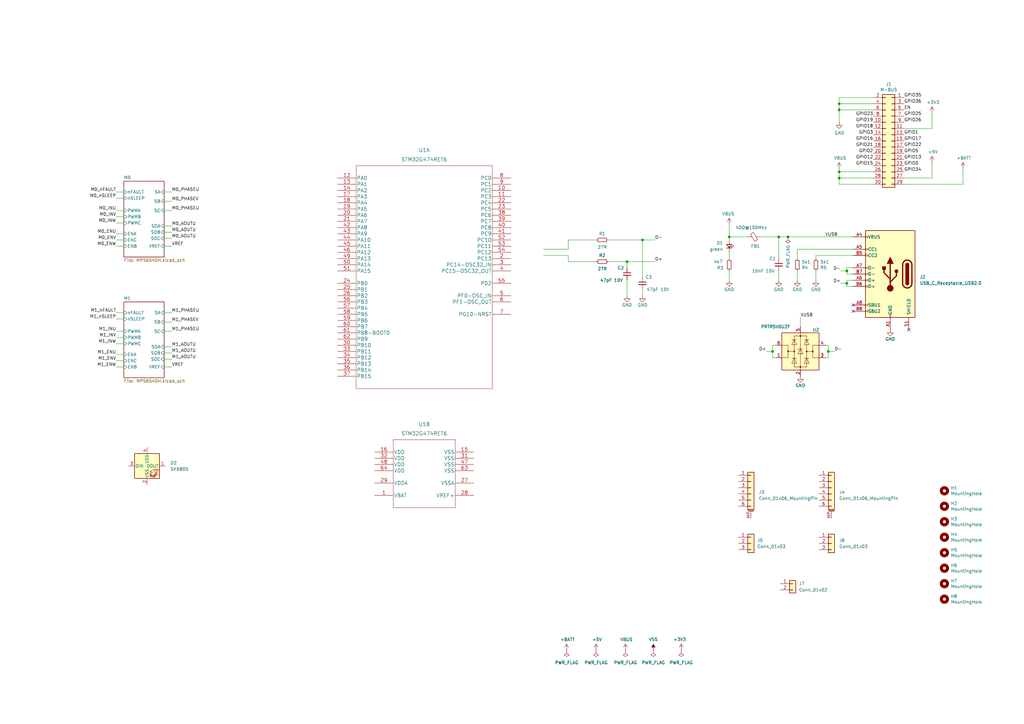
<source format=kicad_sch>
(kicad_sch (version 20210621) (generator eeschema)
  (paper "A3")
  (lib_symbols
    (symbol "Connector:USB_C_Receptacle_USB2.0" (pin_names (offset 1.016))
      (property "Reference" "J" (at -10.16 19.05 0))
      (property "Value" "USB_C_Receptacle_USB2.0" (at 19.05 19.05 0))
      (symbol "USB_C_Receptacle_USB2.0_0_0"
        (rectangle (start -0.254 -17.78) (end 0.254 -16.764))
        (rectangle (start 10.16 -14.986) (end 9.144 -15.494))
        (rectangle (start 10.16 -12.446) (end 9.144 -12.954))
        (rectangle (start 10.16 -4.826) (end 9.144 -5.334))
        (rectangle (start 10.16 -2.286) (end 9.144 -2.794))
        (rectangle (start 10.16 0.254) (end 9.144 -0.254))
        (rectangle (start 10.16 2.794) (end 9.144 2.286))
        (rectangle (start 10.16 7.874) (end 9.144 7.366))
        (rectangle (start 10.16 10.414) (end 9.144 9.906))
        (rectangle (start 10.16 15.494) (end 9.144 14.986))
      )
      (symbol "USB_C_Receptacle_USB2.0_0_1"
        (arc (start -8.89 -3.81) (end -5.08 -3.81) (radius (at -6.985 -3.81) (length 1.905) (angles -179.9 -0.1)) (stroke (width 0.508)))
        (arc (start -7.62 -3.81) (end -6.35 -3.81) (radius (at -6.985 -3.81) (length 0.635) (angles -179.9 -0.1)) (stroke (width 0.254)))
        (arc (start -6.35 3.81) (end -7.62 3.81) (radius (at -6.985 3.81) (length 0.635) (angles 0.1 179.9)) (stroke (width 0.254)))
        (arc (start -5.08 3.81) (end -8.89 3.81) (radius (at -6.985 3.81) (length 1.905) (angles 0.1 179.9)) (stroke (width 0.508)))
        (arc (start -7.62 -3.81) (end -6.35 -3.81) (radius (at -6.985 -3.81) (length 0.635) (angles -179.9 -0.1)) (stroke (width 0.254)) (fill (type outline)))
        (arc (start -6.35 3.81) (end -7.62 3.81) (radius (at -6.985 3.81) (length 0.635) (angles 0.1 179.9)) (stroke (width 0.254)) (fill (type outline)))
        (circle (center -2.54 1.143) (radius 0.635) (stroke (width 0.254)) (fill (type outline)))
        (circle (center 0 -5.842) (radius 1.27) (fill (type outline)))
        (rectangle (start -7.62 -3.81) (end -6.35 3.81) (stroke (width 0.254)) (fill (type outline)))
        (rectangle (start 1.905 1.778) (end 3.175 3.048) (stroke (width 0.254)) (fill (type outline)))
        (rectangle (start -10.16 17.78) (end 10.16 -17.78) (stroke (width 0.254)) (fill (type background)))
        (polyline (pts (xy -8.89 -3.81) (xy -8.89 3.81)) (stroke (width 0.508)))
        (polyline (pts (xy -5.08 3.81) (xy -5.08 -3.81)) (stroke (width 0.508)))
        (polyline (pts (xy 0 -5.842) (xy 0 4.318)) (stroke (width 0.508)))
        (polyline (pts (xy 0 -3.302) (xy -2.54 -0.762) (xy -2.54 0.508)) (stroke (width 0.508)))
        (polyline (pts (xy 0 -2.032) (xy 2.54 0.508) (xy 2.54 1.778)) (stroke (width 0.508)))
        (polyline (pts (xy -1.27 4.318) (xy 0 6.858) (xy 1.27 4.318) (xy -1.27 4.318)) (stroke (width 0.254)) (fill (type outline)))
      )
      (symbol "USB_C_Receptacle_USB2.0_1_1"
        (pin passive line (at 0 -22.86 90) (length 5.08) (name "GND") (number "A1"))
        (pin passive line (at 0 -22.86 90) (length 5.08) hide (name "GND") (number "A12"))
        (pin passive line (at 15.24 15.24 180) (length 5.08) (name "VBUS") (number "A4"))
        (pin bidirectional line (at 15.24 10.16 180) (length 5.08) (name "CC1") (number "A5"))
        (pin bidirectional line (at 15.24 -2.54 180) (length 5.08) (name "D+") (number "A6"))
        (pin bidirectional line (at 15.24 2.54 180) (length 5.08) (name "D-") (number "A7"))
        (pin bidirectional line (at 15.24 -12.7 180) (length 5.08) (name "SBU1") (number "A8"))
        (pin passive line (at 15.24 15.24 180) (length 5.08) hide (name "VBUS") (number "A9"))
        (pin passive line (at 0 -22.86 90) (length 5.08) hide (name "GND") (number "B1"))
        (pin passive line (at 0 -22.86 90) (length 5.08) hide (name "GND") (number "B12"))
        (pin passive line (at 15.24 15.24 180) (length 5.08) hide (name "VBUS") (number "B4"))
        (pin bidirectional line (at 15.24 7.62 180) (length 5.08) (name "CC2") (number "B5"))
        (pin bidirectional line (at 15.24 -5.08 180) (length 5.08) (name "D+") (number "B6"))
        (pin bidirectional line (at 15.24 0 180) (length 5.08) (name "D-") (number "B7"))
        (pin bidirectional line (at 15.24 -15.24 180) (length 5.08) (name "SBU2") (number "B8"))
        (pin passive line (at 15.24 15.24 180) (length 5.08) hide (name "VBUS") (number "B9"))
        (pin passive line (at -7.62 -22.86 90) (length 5.08) (name "SHIELD") (number "S1"))
      )
    )
    (symbol "Connector_Generic:Conn_01x02" (pin_names (offset 1.016) hide)
      (property "Reference" "J" (at 0 2.54 0))
      (property "Value" "Conn_01x02" (at 0 -5.08 0))
      (symbol "Conn_01x02_1_1"
        (rectangle (start -1.27 -2.413) (end 0 -2.667) (stroke (width 0.1524)))
        (rectangle (start -1.27 0.127) (end 0 -0.127) (stroke (width 0.1524)))
        (rectangle (start -1.27 1.27) (end 1.27 -3.81) (stroke (width 0.254)) (fill (type background)))
        (pin passive line (at -5.08 0 0) (length 3.81) (name "Pin_1") (number "1"))
        (pin passive line (at -5.08 -2.54 0) (length 3.81) (name "Pin_2") (number "2"))
      )
    )
    (symbol "Connector_Generic:Conn_01x03" (pin_names (offset 1.016) hide)
      (property "Reference" "J" (at 0 5.08 0))
      (property "Value" "Conn_01x03" (at 0 -5.08 0))
      (symbol "Conn_01x03_1_1"
        (rectangle (start -1.27 -2.413) (end 0 -2.667) (stroke (width 0.1524)))
        (rectangle (start -1.27 0.127) (end 0 -0.127) (stroke (width 0.1524)))
        (rectangle (start -1.27 2.667) (end 0 2.413) (stroke (width 0.1524)))
        (rectangle (start -1.27 3.81) (end 1.27 -3.81) (stroke (width 0.254)) (fill (type background)))
        (pin passive line (at -5.08 2.54 0) (length 3.81) (name "Pin_1") (number "1"))
        (pin passive line (at -5.08 0 0) (length 3.81) (name "Pin_2") (number "2"))
        (pin passive line (at -5.08 -2.54 0) (length 3.81) (name "Pin_3") (number "3"))
      )
    )
    (symbol "Connector_Generic:Conn_02x15_Odd_Even" (pin_names (offset 1.016) hide)
      (property "Reference" "J" (at 1.27 20.32 0))
      (property "Value" "Conn_02x15_Odd_Even" (at 1.27 -20.32 0))
      (symbol "Conn_02x15_Odd_Even_1_1"
        (rectangle (start -1.27 -17.653) (end 0 -17.907) (stroke (width 0.1524)))
        (rectangle (start -1.27 -15.113) (end 0 -15.367) (stroke (width 0.1524)))
        (rectangle (start -1.27 -12.573) (end 0 -12.827) (stroke (width 0.1524)))
        (rectangle (start -1.27 -10.033) (end 0 -10.287) (stroke (width 0.1524)))
        (rectangle (start -1.27 -7.493) (end 0 -7.747) (stroke (width 0.1524)))
        (rectangle (start -1.27 -4.953) (end 0 -5.207) (stroke (width 0.1524)))
        (rectangle (start -1.27 -2.413) (end 0 -2.667) (stroke (width 0.1524)))
        (rectangle (start -1.27 0.127) (end 0 -0.127) (stroke (width 0.1524)))
        (rectangle (start -1.27 2.667) (end 0 2.413) (stroke (width 0.1524)))
        (rectangle (start -1.27 5.207) (end 0 4.953) (stroke (width 0.1524)))
        (rectangle (start -1.27 7.747) (end 0 7.493) (stroke (width 0.1524)))
        (rectangle (start -1.27 10.287) (end 0 10.033) (stroke (width 0.1524)))
        (rectangle (start -1.27 12.827) (end 0 12.573) (stroke (width 0.1524)))
        (rectangle (start -1.27 15.367) (end 0 15.113) (stroke (width 0.1524)))
        (rectangle (start -1.27 17.907) (end 0 17.653) (stroke (width 0.1524)))
        (rectangle (start 3.81 -17.653) (end 2.54 -17.907) (stroke (width 0.1524)))
        (rectangle (start 3.81 -15.113) (end 2.54 -15.367) (stroke (width 0.1524)))
        (rectangle (start 3.81 -12.573) (end 2.54 -12.827) (stroke (width 0.1524)))
        (rectangle (start 3.81 -10.033) (end 2.54 -10.287) (stroke (width 0.1524)))
        (rectangle (start 3.81 -7.493) (end 2.54 -7.747) (stroke (width 0.1524)))
        (rectangle (start 3.81 -4.953) (end 2.54 -5.207) (stroke (width 0.1524)))
        (rectangle (start 3.81 -2.413) (end 2.54 -2.667) (stroke (width 0.1524)))
        (rectangle (start 3.81 0.127) (end 2.54 -0.127) (stroke (width 0.1524)))
        (rectangle (start 3.81 2.667) (end 2.54 2.413) (stroke (width 0.1524)))
        (rectangle (start 3.81 5.207) (end 2.54 4.953) (stroke (width 0.1524)))
        (rectangle (start 3.81 7.747) (end 2.54 7.493) (stroke (width 0.1524)))
        (rectangle (start 3.81 10.287) (end 2.54 10.033) (stroke (width 0.1524)))
        (rectangle (start 3.81 12.827) (end 2.54 12.573) (stroke (width 0.1524)))
        (rectangle (start 3.81 15.367) (end 2.54 15.113) (stroke (width 0.1524)))
        (rectangle (start 3.81 17.907) (end 2.54 17.653) (stroke (width 0.1524)))
        (rectangle (start -1.27 19.05) (end 3.81 -19.05) (stroke (width 0.254)) (fill (type background)))
        (pin passive line (at -5.08 17.78 0) (length 3.81) (name "Pin_1") (number "1"))
        (pin passive line (at 7.62 7.62 180) (length 3.81) (name "Pin_10") (number "10"))
        (pin passive line (at -5.08 5.08 0) (length 3.81) (name "Pin_11") (number "11"))
        (pin passive line (at 7.62 5.08 180) (length 3.81) (name "Pin_12") (number "12"))
        (pin passive line (at -5.08 2.54 0) (length 3.81) (name "Pin_13") (number "13"))
        (pin passive line (at 7.62 2.54 180) (length 3.81) (name "Pin_14") (number "14"))
        (pin passive line (at -5.08 0 0) (length 3.81) (name "Pin_15") (number "15"))
        (pin passive line (at 7.62 0 180) (length 3.81) (name "Pin_16") (number "16"))
        (pin passive line (at -5.08 -2.54 0) (length 3.81) (name "Pin_17") (number "17"))
        (pin passive line (at 7.62 -2.54 180) (length 3.81) (name "Pin_18") (number "18"))
        (pin passive line (at -5.08 -5.08 0) (length 3.81) (name "Pin_19") (number "19"))
        (pin passive line (at 7.62 17.78 180) (length 3.81) (name "Pin_2") (number "2"))
        (pin passive line (at 7.62 -5.08 180) (length 3.81) (name "Pin_20") (number "20"))
        (pin passive line (at -5.08 -7.62 0) (length 3.81) (name "Pin_21") (number "21"))
        (pin passive line (at 7.62 -7.62 180) (length 3.81) (name "Pin_22") (number "22"))
        (pin passive line (at -5.08 -10.16 0) (length 3.81) (name "Pin_23") (number "23"))
        (pin passive line (at 7.62 -10.16 180) (length 3.81) (name "Pin_24") (number "24"))
        (pin passive line (at -5.08 -12.7 0) (length 3.81) (name "Pin_25") (number "25"))
        (pin passive line (at 7.62 -12.7 180) (length 3.81) (name "Pin_26") (number "26"))
        (pin passive line (at -5.08 -15.24 0) (length 3.81) (name "Pin_27") (number "27"))
        (pin passive line (at 7.62 -15.24 180) (length 3.81) (name "Pin_28") (number "28"))
        (pin passive line (at -5.08 -17.78 0) (length 3.81) (name "Pin_29") (number "29"))
        (pin passive line (at -5.08 15.24 0) (length 3.81) (name "Pin_3") (number "3"))
        (pin passive line (at 7.62 -17.78 180) (length 3.81) (name "Pin_30") (number "30"))
        (pin passive line (at 7.62 15.24 180) (length 3.81) (name "Pin_4") (number "4"))
        (pin passive line (at -5.08 12.7 0) (length 3.81) (name "Pin_5") (number "5"))
        (pin passive line (at 7.62 12.7 180) (length 3.81) (name "Pin_6") (number "6"))
        (pin passive line (at -5.08 10.16 0) (length 3.81) (name "Pin_7") (number "7"))
        (pin passive line (at 7.62 10.16 180) (length 3.81) (name "Pin_8") (number "8"))
        (pin passive line (at -5.08 7.62 0) (length 3.81) (name "Pin_9") (number "9"))
      )
    )
    (symbol "Connector_Generic_MountingPin:Conn_01x06_MountingPin" (pin_names (offset 1.016) hide)
      (property "Reference" "J" (at 0 7.62 0))
      (property "Value" "Conn_01x06_MountingPin" (at 1.27 -10.16 0))
      (symbol "Conn_01x06_MountingPin_1_1"
        (text "Mounting" (at 0 -9.271 0) (effects (font (size 0.381 0.381))))
        (rectangle (start -1.27 -7.493) (end 0 -7.747) (stroke (width 0.1524)))
        (rectangle (start -1.27 -4.953) (end 0 -5.207) (stroke (width 0.1524)))
        (rectangle (start -1.27 -2.413) (end 0 -2.667) (stroke (width 0.1524)))
        (rectangle (start -1.27 0.127) (end 0 -0.127) (stroke (width 0.1524)))
        (rectangle (start -1.27 2.667) (end 0 2.413) (stroke (width 0.1524)))
        (rectangle (start -1.27 5.207) (end 0 4.953) (stroke (width 0.1524)))
        (rectangle (start -1.27 6.35) (end 1.27 -8.89) (stroke (width 0.254)) (fill (type background)))
        (polyline (pts (xy -1.016 -9.652) (xy 1.016 -9.652)) (stroke (width 0.1524)))
        (pin passive line (at -5.08 5.08 0) (length 3.81) (name "Pin_1") (number "1"))
        (pin passive line (at -5.08 2.54 0) (length 3.81) (name "Pin_2") (number "2"))
        (pin passive line (at -5.08 0 0) (length 3.81) (name "Pin_3") (number "3"))
        (pin passive line (at -5.08 -2.54 0) (length 3.81) (name "Pin_4") (number "4"))
        (pin passive line (at -5.08 -5.08 0) (length 3.81) (name "Pin_5") (number "5"))
        (pin passive line (at -5.08 -7.62 0) (length 3.81) (name "Pin_6") (number "6"))
        (pin passive line (at 0 -12.7 90) (length 3.048) (name "MountPin") (number "MP"))
      )
    )
    (symbol "Device:C_Small" (pin_numbers hide) (pin_names (offset 0.254) hide)
      (property "Reference" "C" (at 0.254 1.778 0))
      (property "Value" "C_Small" (at 0.254 -2.032 0))
      (symbol "C_Small_0_1"
        (polyline (pts (xy -1.524 -0.508) (xy 1.524 -0.508)) (stroke (width 0.3302)))
        (polyline (pts (xy -1.524 0.508) (xy 1.524 0.508)) (stroke (width 0.3048)))
      )
      (symbol "C_Small_1_1"
        (pin passive line (at 0 2.54 270) (length 2.032) (name "~") (number "1"))
        (pin passive line (at 0 -2.54 90) (length 2.032) (name "~") (number "2"))
      )
    )
    (symbol "Device:Ferrite_Bead_Small" (pin_numbers hide) (pin_names (offset 0))
      (property "Reference" "FB" (at 1.905 1.27 0))
      (property "Value" "Device_Ferrite_Bead_Small" (at 1.905 -1.27 0))
      (symbol "Ferrite_Bead_Small_0_1"
        (polyline (pts (xy 0 -1.27) (xy 0 -0.7874)))
        (polyline (pts (xy 0 0.889) (xy 0 1.2954)))
        (polyline (pts (xy -1.8288 0.2794) (xy -1.1176 1.4986) (xy 1.8288 -0.2032) (xy 1.1176 -1.4224) (xy -1.8288 0.2794)))
      )
      (symbol "Ferrite_Bead_Small_1_1"
        (pin passive line (at 0 2.54 270) (length 1.27) (name "~") (number "1"))
        (pin passive line (at 0 -2.54 90) (length 1.27) (name "~") (number "2"))
      )
    )
    (symbol "Device:LED_Small" (pin_numbers hide) (pin_names (offset 0.254) hide)
      (property "Reference" "D" (at -1.27 3.175 0))
      (property "Value" "LED_Small" (at -4.445 -2.54 0))
      (symbol "LED_Small_0_1"
        (polyline (pts (xy -0.762 -1.016) (xy -0.762 1.016)) (stroke (width 0.254)))
        (polyline (pts (xy 1.016 0) (xy -0.762 0)))
        (polyline (pts (xy 0.762 -1.016) (xy -0.762 0) (xy 0.762 1.016) (xy 0.762 -1.016)) (stroke (width 0.254)))
        (polyline (pts (xy 0 0.762) (xy -0.508 1.27) (xy -0.254 1.27) (xy -0.508 1.27) (xy -0.508 1.016)))
        (polyline (pts (xy 0.508 1.27) (xy 0 1.778) (xy 0.254 1.778) (xy 0 1.778) (xy 0 1.524)))
      )
      (symbol "LED_Small_1_1"
        (pin passive line (at -2.54 0 0) (length 1.778) (name "K") (number "1"))
        (pin passive line (at 2.54 0 180) (length 1.778) (name "A") (number "2"))
      )
    )
    (symbol "Device:R_Small" (pin_numbers hide) (pin_names (offset 0.254) hide)
      (property "Reference" "R" (at 0.762 0.508 0))
      (property "Value" "R_Small" (at 0.762 -1.016 0))
      (symbol "R_Small_0_1"
        (rectangle (start -0.762 1.778) (end 0.762 -1.778) (stroke (width 0.2032)))
      )
      (symbol "R_Small_1_1"
        (pin passive line (at 0 2.54 270) (length 0.762) (name "~") (number "1"))
        (pin passive line (at 0 -2.54 90) (length 0.762) (name "~") (number "2"))
      )
    )
    (symbol "LED:SK6805" (pin_names (offset 0.254))
      (property "Reference" "D" (at 5.08 5.715 0))
      (property "Value" "SK6805" (at 1.27 -5.715 0))
      (symbol "SK6805_0_0"
        (text "RGB" (at 2.286 -4.191 0) (effects (font (size 0.762 0.762))))
      )
      (symbol "SK6805_0_1"
        (rectangle (start 5.08 5.08) (end -5.08 -5.08) (stroke (width 0.254)) (fill (type background)))
        (polyline (pts (xy 1.27 -3.556) (xy 1.778 -3.556)))
        (polyline (pts (xy 1.27 -2.54) (xy 1.778 -2.54)))
        (polyline (pts (xy 4.699 -3.556) (xy 2.667 -3.556)))
        (polyline (pts (xy 2.286 -2.54) (xy 1.27 -3.556) (xy 1.27 -3.048)))
        (polyline (pts (xy 2.286 -1.524) (xy 1.27 -2.54) (xy 1.27 -2.032)))
        (polyline (pts (xy 3.683 -1.016) (xy 3.683 -3.556) (xy 3.683 -4.064)))
        (polyline (pts (xy 4.699 -1.524) (xy 2.667 -1.524) (xy 3.683 -3.556) (xy 4.699 -1.524)))
      )
      (symbol "SK6805_1_1"
        (pin output line (at 7.62 0 180) (length 2.54) (name "DOUT") (number "1"))
        (pin power_in line (at 0 -7.62 90) (length 2.54) (name "VSS") (number "2"))
        (pin input line (at -7.62 0 0) (length 2.54) (name "DIN") (number "3"))
        (pin power_in line (at 0 7.62 270) (length 2.54) (name "VDD") (number "4"))
      )
    )
    (symbol "Mechanical:MountingHole" (pin_names (offset 1.016))
      (property "Reference" "H" (at 0 5.08 0))
      (property "Value" "MountingHole" (at 0 3.175 0))
      (symbol "MountingHole_0_1"
        (circle (center 0 0) (radius 1.27) (stroke (width 1.27)))
      )
    )
    (symbol "Power_Protection:USBLC6-2P6" (pin_names hide)
      (property "Reference" "U" (at 2.54 8.89 0))
      (property "Value" "USBLC6-2P6" (at 2.54 -8.89 0))
      (symbol "USBLC6-2P6_0_1"
        (circle (center -5.08 0) (radius 0.254) (fill (type outline)))
        (circle (center -2.54 0) (radius 0.254) (fill (type outline)))
        (circle (center 0 -6.35) (radius 0.254) (fill (type outline)))
        (circle (center 0 6.35) (radius 0.254) (fill (type outline)))
        (circle (center 2.54 0) (radius 0.254) (fill (type outline)))
        (circle (center 5.08 0) (radius 0.254) (fill (type outline)))
        (rectangle (start -2.54 6.35) (end 2.54 -6.35))
        (rectangle (start -7.62 -7.62) (end 7.62 7.62) (stroke (width 0.254)) (fill (type background)))
        (polyline (pts (xy -5.08 -2.54) (xy -7.62 -2.54)))
        (polyline (pts (xy -5.08 0) (xy -5.08 -2.54)))
        (polyline (pts (xy -5.08 2.54) (xy -7.62 2.54)))
        (polyline (pts (xy -1.524 -2.794) (xy -3.556 -2.794)))
        (polyline (pts (xy -1.524 4.826) (xy -3.556 4.826)))
        (polyline (pts (xy 0 -7.62) (xy 0 -6.35)))
        (polyline (pts (xy 0 -6.35) (xy 0 1.27)))
        (polyline (pts (xy 0 1.27) (xy 0 6.35)))
        (polyline (pts (xy 0 6.35) (xy 0 7.62)))
        (polyline (pts (xy 1.524 -2.794) (xy 3.556 -2.794)))
        (polyline (pts (xy 1.524 4.826) (xy 3.556 4.826)))
        (polyline (pts (xy 5.08 -2.54) (xy 7.62 -2.54)))
        (polyline (pts (xy 5.08 0) (xy 5.08 -2.54)))
        (polyline (pts (xy 5.08 2.54) (xy 7.62 2.54)))
        (polyline (pts (xy -2.54 0) (xy -5.08 0) (xy -5.08 2.54)))
        (polyline (pts (xy 2.54 0) (xy 5.08 0) (xy 5.08 2.54)))
        (polyline (pts (xy -3.556 -4.826) (xy -1.524 -4.826) (xy -2.54 -2.794) (xy -3.556 -4.826)))
        (polyline (pts (xy -3.556 2.794) (xy -1.524 2.794) (xy -2.54 4.826) (xy -3.556 2.794)))
        (polyline (pts (xy -1.016 -1.016) (xy 1.016 -1.016) (xy 0 1.016) (xy -1.016 -1.016)))
        (polyline (pts (xy 1.016 1.016) (xy 0.762 1.016) (xy -1.016 1.016) (xy -1.016 0.508)))
        (polyline (pts (xy 3.556 -4.826) (xy 1.524 -4.826) (xy 2.54 -2.794) (xy 3.556 -4.826)))
        (polyline (pts (xy 3.556 2.794) (xy 1.524 2.794) (xy 2.54 4.826) (xy 3.556 2.794)))
      )
      (symbol "USBLC6-2P6_1_1"
        (pin passive line (at -10.16 -2.54 0) (length 2.54) (name "I/O1") (number "1"))
        (pin passive line (at 0 -10.16 90) (length 2.54) (name "GND") (number "2"))
        (pin passive line (at 10.16 -2.54 180) (length 2.54) (name "I/O2") (number "3"))
        (pin passive line (at 10.16 2.54 180) (length 2.54) (name "I/O2") (number "4"))
        (pin passive line (at 0 10.16 270) (length 2.54) (name "VBUS") (number "5"))
        (pin passive line (at -10.16 2.54 0) (length 2.54) (name "I/O1") (number "6"))
      )
    )
    (symbol "power:+3V3" (power) (pin_names (offset 0))
      (property "Value" "+3V3" (at 0 3.556 0))
      (symbol "+3V3_0_1"
        (polyline (pts (xy -0.762 1.27) (xy 0 2.54)))
        (polyline (pts (xy 0 0) (xy 0 2.54)))
        (polyline (pts (xy 0 2.54) (xy 0.762 1.27)))
      )
      (symbol "+3V3_1_1"
        (pin power_in line (at 0 0 90) (length 0) hide (name "+3V3") (number "1"))
      )
    )
    (symbol "power:+5V" (power) (pin_names (offset 0))
      (property "Value" "+5V" (at 0 3.556 0))
      (symbol "+5V_0_1"
        (polyline (pts (xy -0.762 1.27) (xy 0 2.54)))
        (polyline (pts (xy 0 0) (xy 0 2.54)))
        (polyline (pts (xy 0 2.54) (xy 0.762 1.27)))
      )
      (symbol "+5V_1_1"
        (pin power_in line (at 0 0 90) (length 0) hide (name "+5V") (number "1"))
      )
    )
    (symbol "power:+BATT" (power) (pin_names (offset 0))
      (property "Value" "+BATT" (at 0 3.556 0))
      (symbol "+BATT_0_1"
        (polyline (pts (xy -0.762 1.27) (xy 0 2.54)))
        (polyline (pts (xy 0 0) (xy 0 2.54)))
        (polyline (pts (xy 0 2.54) (xy 0.762 1.27)))
      )
      (symbol "+BATT_1_1"
        (pin power_in line (at 0 0 90) (length 0) hide (name "+BATT") (number "1"))
      )
    )
    (symbol "power:GND" (power) (pin_names (offset 0))
      (property "Value" "GND" (at 0 -3.81 0))
      (symbol "GND_0_1"
        (polyline (pts (xy 0 0) (xy 0 -1.27) (xy 1.27 -1.27) (xy 0 -2.54) (xy -1.27 -1.27) (xy 0 -1.27)))
      )
      (symbol "GND_1_1"
        (pin power_in line (at 0 0 270) (length 0) hide (name "GND") (number "1"))
      )
    )
    (symbol "power:PWR_FLAG" (power) (pin_numbers hide) (pin_names (offset 0) hide)
      (property "Value" "PWR_FLAG" (at 0 3.81 0))
      (symbol "PWR_FLAG_0_0"
        (pin power_out line (at 0 0 90) (length 0) (name "pwr") (number "1"))
      )
      (symbol "PWR_FLAG_0_1"
        (polyline (pts (xy 0 0) (xy 0 1.27) (xy -1.016 1.905) (xy 0 2.54) (xy 1.016 1.905) (xy 0 1.27)))
      )
    )
    (symbol "power:VBUS" (power) (pin_names (offset 0))
      (property "Value" "VBUS" (at 0 3.81 0))
      (symbol "VBUS_0_1"
        (polyline (pts (xy -0.762 1.27) (xy 0 2.54)))
        (polyline (pts (xy 0 0) (xy 0 2.54)))
        (polyline (pts (xy 0 2.54) (xy 0.762 1.27)))
      )
      (symbol "VBUS_1_1"
        (pin power_in line (at 0 0 90) (length 0) hide (name "VBUS") (number "1"))
      )
    )
    (symbol "power:VSS" (power) (pin_names (offset 0))
      (property "Value" "VSS" (at 0 3.81 0))
      (symbol "VSS_0_1"
        (polyline (pts (xy 0 0) (xy 0 2.54)))
        (polyline (pts (xy 0.762 1.27) (xy -0.762 1.27) (xy 0 2.54) (xy 0.762 1.27)) (fill (type outline)))
      )
      (symbol "VSS_1_1"
        (pin power_in line (at 0 0 90) (length 0) hide (name "VSS") (number "1"))
      )
    )
    (symbol "runger:STM32G474RET6" (pin_names (offset 0.254))
      (property "Reference" "U" (at 35.56 10.16 0))
      (property "Value" "STM32G474RET6" (at 35.56 7.62 0))
      (symbol "STM32G474RET6_1_1"
        (polyline (pts (xy 7.62 -86.36) (xy 63.5 -86.36)) (stroke (width 0.127)))
        (polyline (pts (xy 7.62 5.08) (xy 7.62 -86.36)) (stroke (width 0.127)))
        (polyline (pts (xy 63.5 -86.36) (xy 63.5 5.08)) (stroke (width 0.127)))
        (polyline (pts (xy 63.5 5.08) (xy 7.62 5.08)) (stroke (width 0.127)))
        (pin bidirectional line (at 71.12 -5.08 180) (length 7.62) (name "PC2") (number "10"))
        (pin bidirectional line (at 71.12 -7.62 180) (length 7.62) (name "PC3") (number "11"))
        (pin bidirectional line (at 0 0 0) (length 7.62) (name "PA0") (number "12"))
        (pin bidirectional line (at 0 -2.54 0) (length 7.62) (name "PA1") (number "13"))
        (pin bidirectional line (at 0 -5.08 0) (length 7.62) (name "PA2") (number "14"))
        (pin bidirectional line (at 0 -7.62 0) (length 7.62) (name "PA3") (number "17"))
        (pin bidirectional line (at 0 -10.16 0) (length 7.62) (name "PA4") (number "18"))
        (pin bidirectional line (at 0 -12.7 0) (length 7.62) (name "PA5") (number "19"))
        (pin bidirectional line (at 71.12 -33.02 180) (length 7.62) (name "PC13") (number "2"))
        (pin bidirectional line (at 0 -15.24 0) (length 7.62) (name "PA6") (number "20"))
        (pin bidirectional line (at 0 -17.78 0) (length 7.62) (name "PA7") (number "21"))
        (pin bidirectional line (at 71.12 -10.16 180) (length 7.62) (name "PC4") (number "22"))
        (pin bidirectional line (at 71.12 -12.7 180) (length 7.62) (name "PC5") (number "23"))
        (pin bidirectional line (at 0 -43.18 0) (length 7.62) (name "PB0") (number "24"))
        (pin bidirectional line (at 0 -45.72 0) (length 7.62) (name "PB1") (number "25"))
        (pin bidirectional line (at 0 -48.26 0) (length 7.62) (name "PB2") (number "26"))
        (pin bidirectional line (at 71.12 -35.56 180) (length 7.62) (name "PC14-OSC32_IN") (number "3"))
        (pin bidirectional line (at 0 -68.58 0) (length 7.62) (name "PB10") (number "30"))
        (pin bidirectional line (at 0 -71.12 0) (length 7.62) (name "PB11") (number "33"))
        (pin bidirectional line (at 0 -73.66 0) (length 7.62) (name "PB12") (number "34"))
        (pin bidirectional line (at 0 -76.2 0) (length 7.62) (name "PB13") (number "35"))
        (pin bidirectional line (at 0 -78.74 0) (length 7.62) (name "PB14") (number "36"))
        (pin bidirectional line (at 0 -81.28 0) (length 7.62) (name "PB15") (number "37"))
        (pin bidirectional line (at 71.12 -15.24 180) (length 7.62) (name "PC6") (number "38"))
        (pin bidirectional line (at 71.12 -17.78 180) (length 7.62) (name "PC7") (number "39"))
        (pin bidirectional line (at 71.12 -38.1 180) (length 7.62) (name "PC15-OSC32_OUT") (number "4"))
        (pin bidirectional line (at 71.12 -20.32 180) (length 7.62) (name "PC8") (number "40"))
        (pin bidirectional line (at 71.12 -22.86 180) (length 7.62) (name "PC9") (number "41"))
        (pin bidirectional line (at 0 -20.32 0) (length 7.62) (name "PA8") (number "42"))
        (pin bidirectional line (at 0 -22.86 0) (length 7.62) (name "PA9") (number "43"))
        (pin bidirectional line (at 0 -25.4 0) (length 7.62) (name "PA10") (number "44"))
        (pin bidirectional line (at 0 -27.94 0) (length 7.62) (name "PA11") (number "45"))
        (pin bidirectional line (at 0 -30.48 0) (length 7.62) (name "PA12") (number "46"))
        (pin bidirectional line (at 0 -33.02 0) (length 7.62) (name "PA13") (number "49"))
        (pin bidirectional line (at 71.12 -48.26 180) (length 7.62) (name "PF0-OSC_IN") (number "5"))
        (pin bidirectional line (at 0 -35.56 0) (length 7.62) (name "PA14") (number "50"))
        (pin bidirectional line (at 0 -38.1 0) (length 7.62) (name "PA15") (number "51"))
        (pin bidirectional line (at 71.12 -25.4 180) (length 7.62) (name "PC10") (number "52"))
        (pin bidirectional line (at 71.12 -27.94 180) (length 7.62) (name "PC11") (number "53"))
        (pin bidirectional line (at 71.12 -30.48 180) (length 7.62) (name "PC12") (number "54"))
        (pin bidirectional line (at 71.12 -43.18 180) (length 7.62) (name "PD2") (number "55"))
        (pin bidirectional line (at 0 -50.8 0) (length 7.62) (name "PB3") (number "56"))
        (pin bidirectional line (at 0 -53.34 0) (length 7.62) (name "PB4") (number "57"))
        (pin bidirectional line (at 0 -55.88 0) (length 7.62) (name "PB5") (number "58"))
        (pin bidirectional line (at 0 -58.42 0) (length 7.62) (name "PB6") (number "59"))
        (pin bidirectional line (at 71.12 -50.8 180) (length 7.62) (name "PF1-OSC_OUT") (number "6"))
        (pin bidirectional line (at 0 -60.96 0) (length 7.62) (name "PB7") (number "60"))
        (pin bidirectional line (at 0 -63.5 0) (length 7.62) (name "PB8-BOOT0") (number "61"))
        (pin bidirectional line (at 0 -66.04 0) (length 7.62) (name "PB9") (number "62"))
        (pin bidirectional line (at 71.12 -55.88 180) (length 7.62) (name "PG10-NRST") (number "7"))
        (pin bidirectional line (at 71.12 0 180) (length 7.62) (name "PC0") (number "8"))
        (pin bidirectional line (at 71.12 -2.54 180) (length 7.62) (name "PC1") (number "9"))
      )
      (symbol "STM32G474RET6_2_1"
        (polyline (pts (xy 7.62 -22.86) (xy 33.02 -22.86)) (stroke (width 0.127)))
        (polyline (pts (xy 7.62 5.08) (xy 7.62 -22.86)) (stroke (width 0.127)))
        (polyline (pts (xy 33.02 -22.86) (xy 33.02 5.08)) (stroke (width 0.127)))
        (polyline (pts (xy 33.02 5.08) (xy 7.62 5.08)) (stroke (width 0.127)))
        (pin power_in line (at 0 -17.78 0) (length 7.62) (name "VBAT") (number "1"))
        (pin power_in line (at 40.64 0 180) (length 7.62) (name "VSS") (number "15"))
        (pin power_in line (at 0 0 0) (length 7.62) (name "VDD") (number "16"))
        (pin power_in line (at 40.64 -12.7 180) (length 7.62) (name "VSSA") (number "27"))
        (pin power_in line (at 40.64 -17.78 180) (length 7.62) (name "VREF+") (number "28"))
        (pin power_in line (at 0 -12.7 0) (length 7.62) (name "VDDA") (number "29"))
        (pin power_in line (at 40.64 -2.54 180) (length 7.62) (name "VSS") (number "31"))
        (pin power_in line (at 0 -2.54 0) (length 7.62) (name "VDD") (number "32"))
        (pin power_in line (at 40.64 -5.08 180) (length 7.62) (name "VSS") (number "47"))
        (pin power_in line (at 0 -5.08 0) (length 7.62) (name "VDD") (number "48"))
        (pin power_in line (at 40.64 -7.62 180) (length 7.62) (name "VSS") (number "63"))
        (pin power_in line (at 0 -7.62 0) (length 7.62) (name "VDD") (number "64"))
      )
    )
  )
  (junction (at 257.175 107.315))
  (junction (at 263.525 98.425))
  (junction (at 299.085 97.155))
  (junction (at 316.865 144.145))
  (junction (at 319.405 97.155))
  (junction (at 323.215 97.155))
  (junction (at 339.725 144.145))
  (junction (at 344.17 42.545))
  (junction (at 344.17 45.085))
  (junction (at 344.17 70.485))
  (junction (at 344.17 73.025))
  (junction (at 347.345 111.125))
  (junction (at 347.345 116.205))
  (no_connect (at 349.885 125.095))
  (no_connect (at 349.885 127.635))
  (no_connect (at 372.745 135.255))
  (wire (pts (xy 47.625 78.74) (xy 50.8 78.74)))
  (wire (pts (xy 47.625 81.28) (xy 50.8 81.28)))
  (wire (pts (xy 47.625 86.36) (xy 50.8 86.36)))
  (wire (pts (xy 47.625 88.9) (xy 50.8 88.9)))
  (wire (pts (xy 47.625 91.44) (xy 50.8 91.44)))
  (wire (pts (xy 47.625 95.885) (xy 50.8 95.885)))
  (wire (pts (xy 47.625 98.425) (xy 50.8 98.425)))
  (wire (pts (xy 47.625 100.965) (xy 50.8 100.965)))
  (wire (pts (xy 47.625 128.27) (xy 50.8 128.27)))
  (wire (pts (xy 47.625 130.81) (xy 50.8 130.81)))
  (wire (pts (xy 47.625 135.89) (xy 50.8 135.89)))
  (wire (pts (xy 47.625 138.43) (xy 50.8 138.43)))
  (wire (pts (xy 47.625 140.97) (xy 50.8 140.97)))
  (wire (pts (xy 47.625 145.415) (xy 50.8 145.415)))
  (wire (pts (xy 47.625 147.955) (xy 50.8 147.955)))
  (wire (pts (xy 47.625 150.495) (xy 50.8 150.495)))
  (wire (pts (xy 67.31 78.74) (xy 70.485 78.74)))
  (wire (pts (xy 67.31 82.55) (xy 70.485 82.55)))
  (wire (pts (xy 67.31 86.36) (xy 70.485 86.36)))
  (wire (pts (xy 67.31 92.71) (xy 70.485 92.71)))
  (wire (pts (xy 67.31 95.25) (xy 70.485 95.25)))
  (wire (pts (xy 67.31 97.79) (xy 70.485 97.79)))
  (wire (pts (xy 67.31 100.965) (xy 70.485 100.965)))
  (wire (pts (xy 67.31 128.27) (xy 70.485 128.27)))
  (wire (pts (xy 67.31 132.08) (xy 70.485 132.08)))
  (wire (pts (xy 67.31 135.89) (xy 70.485 135.89)))
  (wire (pts (xy 67.31 142.24) (xy 70.485 142.24)))
  (wire (pts (xy 67.31 144.78) (xy 70.485 144.78)))
  (wire (pts (xy 67.31 147.32) (xy 70.485 147.32)))
  (wire (pts (xy 67.31 150.495) (xy 70.485 150.495)))
  (wire (pts (xy 222.885 104.775) (xy 233.045 104.775)))
  (wire (pts (xy 233.045 98.425) (xy 233.045 102.235)))
  (wire (pts (xy 233.045 102.235) (xy 222.885 102.235)))
  (wire (pts (xy 233.045 104.775) (xy 233.045 107.315)))
  (wire (pts (xy 233.045 107.315) (xy 244.475 107.315)))
  (wire (pts (xy 244.475 98.425) (xy 233.045 98.425)))
  (wire (pts (xy 249.555 107.315) (xy 257.175 107.315)))
  (wire (pts (xy 257.175 107.315) (xy 257.175 109.855)))
  (wire (pts (xy 257.175 107.315) (xy 268.605 107.315)))
  (wire (pts (xy 257.175 121.285) (xy 257.175 114.935)))
  (wire (pts (xy 263.525 98.425) (xy 249.555 98.425)))
  (wire (pts (xy 263.525 113.665) (xy 263.525 98.425)))
  (wire (pts (xy 263.525 118.745) (xy 263.525 121.285)))
  (wire (pts (xy 268.605 98.425) (xy 263.525 98.425)))
  (wire (pts (xy 299.085 92.075) (xy 299.085 97.155)))
  (wire (pts (xy 299.085 97.155) (xy 299.085 98.425)))
  (wire (pts (xy 299.085 103.505) (xy 299.085 106.045)))
  (wire (pts (xy 299.085 111.125) (xy 299.085 114.935)))
  (wire (pts (xy 306.705 97.155) (xy 299.085 97.155)))
  (wire (pts (xy 314.325 144.145) (xy 316.865 144.145)))
  (wire (pts (xy 316.865 141.605) (xy 316.865 144.145)))
  (wire (pts (xy 316.865 144.145) (xy 316.865 146.685)))
  (wire (pts (xy 318.135 141.605) (xy 316.865 141.605)))
  (wire (pts (xy 318.135 146.685) (xy 316.865 146.685)))
  (wire (pts (xy 319.405 97.155) (xy 311.785 97.155)))
  (wire (pts (xy 319.405 97.155) (xy 319.405 106.045)))
  (wire (pts (xy 319.405 114.935) (xy 319.405 111.125)))
  (wire (pts (xy 323.215 97.155) (xy 319.405 97.155)))
  (wire (pts (xy 327.025 106.045) (xy 327.025 102.235)))
  (wire (pts (xy 327.025 114.935) (xy 327.025 111.125)))
  (wire (pts (xy 328.295 130.175) (xy 328.295 133.985)))
  (wire (pts (xy 334.645 104.775) (xy 334.645 106.045)))
  (wire (pts (xy 334.645 104.775) (xy 349.885 104.775)))
  (wire (pts (xy 334.645 114.935) (xy 334.645 111.125)))
  (wire (pts (xy 338.455 146.685) (xy 339.725 146.685)))
  (wire (pts (xy 339.725 141.605) (xy 338.455 141.605)))
  (wire (pts (xy 339.725 144.145) (xy 339.725 141.605)))
  (wire (pts (xy 339.725 146.685) (xy 339.725 144.145)))
  (wire (pts (xy 342.265 144.145) (xy 339.725 144.145)))
  (wire (pts (xy 344.17 40.005) (xy 358.14 40.005)))
  (wire (pts (xy 344.17 42.545) (xy 344.17 40.005)))
  (wire (pts (xy 344.17 45.085) (xy 344.17 42.545)))
  (wire (pts (xy 344.17 45.085) (xy 344.17 50.165)))
  (wire (pts (xy 344.17 69.215) (xy 344.17 70.485)))
  (wire (pts (xy 344.17 70.485) (xy 358.14 70.485)))
  (wire (pts (xy 344.17 73.025) (xy 344.17 70.485)))
  (wire (pts (xy 344.17 75.565) (xy 344.17 73.025)))
  (wire (pts (xy 344.805 116.205) (xy 347.345 116.205)))
  (wire (pts (xy 347.345 109.855) (xy 347.345 111.125)))
  (wire (pts (xy 347.345 111.125) (xy 344.805 111.125)))
  (wire (pts (xy 347.345 112.395) (xy 347.345 111.125)))
  (wire (pts (xy 347.345 114.935) (xy 349.885 114.935)))
  (wire (pts (xy 347.345 116.205) (xy 347.345 114.935)))
  (wire (pts (xy 347.345 117.475) (xy 347.345 116.205)))
  (wire (pts (xy 349.885 97.155) (xy 323.215 97.155)))
  (wire (pts (xy 349.885 102.235) (xy 327.025 102.235)))
  (wire (pts (xy 349.885 109.855) (xy 347.345 109.855)))
  (wire (pts (xy 349.885 112.395) (xy 347.345 112.395)))
  (wire (pts (xy 349.885 117.475) (xy 347.345 117.475)))
  (wire (pts (xy 358.14 42.545) (xy 344.17 42.545)))
  (wire (pts (xy 358.14 45.085) (xy 344.17 45.085)))
  (wire (pts (xy 358.14 73.025) (xy 344.17 73.025)))
  (wire (pts (xy 358.14 75.565) (xy 344.17 75.565)))
  (wire (pts (xy 370.84 73.025) (xy 382.27 73.025)))
  (wire (pts (xy 370.84 75.565) (xy 394.97 75.565)))
  (wire (pts (xy 382.27 46.355) (xy 382.27 52.705)))
  (wire (pts (xy 382.27 52.705) (xy 370.84 52.705)))
  (wire (pts (xy 382.27 66.675) (xy 382.27 73.025)))
  (wire (pts (xy 394.97 69.215) (xy 394.97 75.565)))
  (label "M0_nFAULT" (at 47.625 78.74 180))
  (label "M0_nSLEEP" (at 47.625 81.28 180))
  (label "M0_INU" (at 47.625 86.36 180))
  (label "M0_INV" (at 47.625 88.9 180))
  (label "M0_INW" (at 47.625 91.44 180))
  (label "M0_ENU" (at 47.625 95.885 180))
  (label "M0_ENV" (at 47.625 98.425 180))
  (label "M0_ENW" (at 47.625 100.965 180))
  (label "M1_nFAULT" (at 47.625 128.27 180))
  (label "M1_nSLEEP" (at 47.625 130.81 180))
  (label "M1_INU" (at 47.625 135.89 180))
  (label "M1_INV" (at 47.625 138.43 180))
  (label "M1_INW" (at 47.625 140.97 180))
  (label "M1_ENU" (at 47.625 145.415 180))
  (label "M1_ENV" (at 47.625 147.955 180))
  (label "M1_ENW" (at 47.625 150.495 180))
  (label "M0_PHASEU" (at 70.485 78.74 0))
  (label "M0_PHASEV" (at 70.485 82.55 0))
  (label "M0_PHASEU" (at 70.485 86.36 0))
  (label "M0_AOUTU" (at 70.485 92.71 0))
  (label "M0_AOUTU" (at 70.485 95.25 0))
  (label "M0_AOUTU" (at 70.485 97.79 0))
  (label "VREF" (at 70.485 100.965 0))
  (label "M1_PHASEU" (at 70.485 128.27 0))
  (label "M1_PHASEV" (at 70.485 132.08 0))
  (label "M1_PHASEU" (at 70.485 135.89 0))
  (label "M1_AOUTU" (at 70.485 142.24 0))
  (label "M1_AOUTU" (at 70.485 144.78 0))
  (label "M1_AOUTU" (at 70.485 147.32 0))
  (label "VREF" (at 70.485 150.495 0))
  (label "D-" (at 268.605 98.425 0))
  (label "D+" (at 268.605 107.315 0))
  (label "D+" (at 314.325 144.145 180))
  (label "VUSB" (at 328.295 130.175 0))
  (label "D-" (at 342.265 144.145 0))
  (label "VUSB" (at 343.535 97.155 180))
  (label "D-" (at 344.805 111.125 180))
  (label "D+" (at 344.805 116.205 180))
  (label "GPIO23" (at 358.14 47.625 180))
  (label "GPIO19" (at 358.14 50.165 180))
  (label "GPIO18" (at 358.14 52.705 180))
  (label "GPIO3" (at 358.14 55.245 180))
  (label "GPIO16" (at 358.14 57.785 180))
  (label "GPIO21" (at 358.14 60.325 180))
  (label "GPIO2" (at 358.14 62.865 180))
  (label "GPIO12" (at 358.14 65.405 180))
  (label "GPIO15" (at 358.14 67.945 180))
  (label "GPIO35" (at 370.84 40.005 0))
  (label "GPIO36" (at 370.84 42.545 0))
  (label "EN" (at 370.84 45.085 0))
  (label "GPIO25" (at 370.84 47.625 0))
  (label "GPIO26" (at 370.84 50.165 0))
  (label "GPIO1" (at 370.84 55.245 0))
  (label "GPIO17" (at 370.84 57.785 0))
  (label "GPIO22" (at 370.84 60.325 0))
  (label "GPIO5" (at 370.84 62.865 0))
  (label "GPIO13" (at 370.84 65.405 0))
  (label "GPIO0" (at 370.84 67.945 0))
  (label "GPIO34" (at 370.84 70.485 0))
  (symbol (lib_id "power:+BATT") (at 232.41 266.7 0) (unit 1)
    (property "Reference" "#PWR015" (effects hide))
    (property "Value" "+BATT" (at 232.791 262.3058 0))
  )
  (symbol (lib_id "power:+5V") (at 244.475 266.7 0) (unit 1)
    (property "Reference" "#PWR016" (effects hide))
    (property "Value" "+5V" (at 244.856 262.3058 0))
  )
  (symbol (lib_id "power:VBUS") (at 256.54 266.7 0) (unit 1)
    (property "Reference" "#PWR017" (effects hide))
    (property "Value" "VBUS" (at 256.921 262.3058 0))
  )
  (symbol (lib_id "power:VSS") (at 267.97 266.7 0) (unit 1)
    (property "Reference" "#PWR018" (effects hide))
    (property "Value" "VSS" (at 267.97 262.255 0))
  )
  (symbol (lib_id "power:+3V3") (at 279.4 266.7 0) (unit 1)
    (property "Reference" "#PWR019" (effects hide))
    (property "Value" "+3V3" (at 278.765 262.255 0))
  )
  (symbol (lib_id "power:VBUS") (at 299.085 92.075 0) (mirror y) (unit 1)
    (property "Reference" "#PWR06" (effects hide))
    (property "Value" "VBUS" (at 298.704 87.6808 0))
  )
  (symbol (lib_id "power:VBUS") (at 344.17 69.215 0) (unit 1)
    (property "Reference" "#PWR04" (effects hide))
    (property "Value" "VBUS" (at 344.551 64.8208 0))
  )
  (symbol (lib_id "power:+3V3") (at 382.27 46.355 0) (unit 1)
    (property "Reference" "#PWR01" (effects hide))
    (property "Value" "+3V3" (at 382.651 41.9608 0))
  )
  (symbol (lib_id "power:+5V") (at 382.27 66.675 0) (unit 1)
    (property "Reference" "#PWR03" (effects hide))
    (property "Value" "+5V" (at 382.651 62.2808 0))
  )
  (symbol (lib_id "power:+BATT") (at 394.97 69.215 0) (unit 1)
    (property "Reference" "#PWR05" (effects hide))
    (property "Value" "+BATT" (at 395.351 64.8208 0))
  )
  (symbol (lib_id "power:PWR_FLAG") (at 232.41 266.7 180) (unit 1)
    (property "Reference" "#FLG02" (effects hide))
    (property "Value" "PWR_FLAG" (at 232.41 271.78 0))
  )
  (symbol (lib_id "power:PWR_FLAG") (at 244.475 266.7 180) (unit 1)
    (property "Reference" "#FLG03" (effects hide))
    (property "Value" "PWR_FLAG" (at 244.475 271.78 0))
  )
  (symbol (lib_id "power:PWR_FLAG") (at 256.54 266.7 180) (unit 1)
    (property "Reference" "#FLG04" (effects hide))
    (property "Value" "PWR_FLAG" (at 256.54 271.78 0))
  )
  (symbol (lib_id "power:PWR_FLAG") (at 267.97 266.7 180) (unit 1)
    (property "Reference" "#FLG05" (effects hide))
    (property "Value" "PWR_FLAG" (at 267.97 271.78 0))
  )
  (symbol (lib_id "power:PWR_FLAG") (at 279.4 266.7 180) (unit 1)
    (property "Reference" "#FLG06" (effects hide))
    (property "Value" "PWR_FLAG" (at 279.4 271.78 0))
  )
  (symbol (lib_id "power:PWR_FLAG") (at 323.215 97.155 180) (unit 1)
    (property "Reference" "#FLG01" (effects hide))
    (property "Value" "PWR_FLAG" (at 323.215 100.4062 90) (effects (justify left)))
  )
  (symbol (lib_id "power:GND") (at 257.175 121.285 0) (unit 1)
    (property "Reference" "#PWR011" (effects hide))
    (property "Value" "GND" (at 257.175 125.095 0))
  )
  (symbol (lib_id "power:GND") (at 263.525 121.285 0) (unit 1)
    (property "Reference" "#PWR012" (effects hide))
    (property "Value" "GND" (at 263.525 125.095 0))
  )
  (symbol (lib_id "power:GND") (at 299.085 114.935 0) (unit 1)
    (property "Reference" "#PWR07" (effects hide))
    (property "Value" "GND" (at 299.085 118.745 0))
  )
  (symbol (lib_id "power:GND") (at 319.405 114.935 0) (unit 1)
    (property "Reference" "#PWR08" (effects hide))
    (property "Value" "GND" (at 319.405 118.745 0))
  )
  (symbol (lib_id "power:GND") (at 327.025 114.935 0) (unit 1)
    (property "Reference" "#PWR09" (effects hide))
    (property "Value" "GND" (at 327.025 118.745 0))
  )
  (symbol (lib_id "power:GND") (at 328.295 154.305 0) (mirror y) (unit 1)
    (property "Reference" "#PWR014" (effects hide))
    (property "Value" "GND" (at 328.295 158.115 0))
  )
  (symbol (lib_id "power:GND") (at 334.645 114.935 0) (unit 1)
    (property "Reference" "#PWR010" (effects hide))
    (property "Value" "GND" (at 334.645 118.745 0))
  )
  (symbol (lib_id "power:GND") (at 344.17 50.165 0) (unit 1)
    (property "Reference" "#PWR02" (effects hide))
    (property "Value" "GND" (at 344.297 54.5592 0))
  )
  (symbol (lib_id "power:GND") (at 365.125 135.255 0) (unit 1)
    (property "Reference" "#PWR013" (effects hide))
    (property "Value" "GND" (at 365.125 139.065 0))
  )
  (symbol (lib_id "Device:R_Small") (at 247.015 98.425 90) (unit 1)
    (property "Reference" "R1" (at 247.015 95.885 90))
    (property "Value" "27R" (at 247.015 101.3714 90))
    (property "Footprint" "Resistor_SMD:R_0402_1005Metric" (effects hide))
  )
  (symbol (lib_id "Device:R_Small") (at 247.015 107.315 90) (unit 1)
    (property "Reference" "R2" (at 247.015 104.775 90))
    (property "Value" "27R" (at 247.015 110.2614 90))
    (property "Footprint" "Resistor_SMD:R_0402_1005Metric" (effects hide))
  )
  (symbol (lib_id "Device:R_Small") (at 299.085 108.585 0) (mirror y) (unit 1)
    (property "Reference" "R3" (at 294.005 109.855 0) (effects (justify right)))
    (property "Value" "4k7" (at 292.735 107.315 0) (effects (justify right)))
    (property "Footprint" "Resistor_SMD:R_0402_1005Metric" (effects hide))
  )
  (symbol (lib_id "Device:R_Small") (at 327.025 108.585 0) (mirror y) (unit 1)
    (property "Reference" "R4" (at 328.803 109.7534 0) (effects (justify right)))
    (property "Value" "5k1" (at 328.803 107.442 0) (effects (justify right)))
    (property "Footprint" "Resistor_SMD:R_0402_1005Metric" (effects hide))
  )
  (symbol (lib_id "Device:R_Small") (at 334.645 108.585 0) (mirror y) (unit 1)
    (property "Reference" "R5" (at 336.423 109.7534 0) (effects (justify right)))
    (property "Value" "5k1" (at 336.423 107.442 0) (effects (justify right)))
    (property "Footprint" "Resistor_SMD:R_0402_1005Metric" (effects hide))
  )
  (symbol (lib_id "Mechanical:MountingHole") (at 387.35 201.295 0) (unit 1)
    (property "Reference" "H1" (at 389.89 200.1266 0) (effects (justify left)))
    (property "Value" "MountingHole" (at 389.89 202.438 0) (effects (justify left)))
    (property "Footprint" "bf:BF@MountingHole_3.2mm_M3" (effects hide))
  )
  (symbol (lib_id "Mechanical:MountingHole") (at 387.35 207.645 0) (unit 1)
    (property "Reference" "H2" (at 389.89 206.4766 0) (effects (justify left)))
    (property "Value" "MountingHole" (at 389.89 208.788 0) (effects (justify left)))
    (property "Footprint" "bf:BF@MountingHole_3.2mm_M3" (effects hide))
  )
  (symbol (lib_id "Mechanical:MountingHole") (at 387.35 213.995 0) (unit 1)
    (property "Reference" "H3" (at 389.89 212.8266 0) (effects (justify left)))
    (property "Value" "MountingHole" (at 389.89 215.138 0) (effects (justify left)))
    (property "Footprint" "bf:BF@MountingHole_3.2mm_M3" (effects hide))
  )
  (symbol (lib_id "Mechanical:MountingHole") (at 387.35 220.345 0) (unit 1)
    (property "Reference" "H4" (at 389.89 219.1766 0) (effects (justify left)))
    (property "Value" "MountingHole" (at 389.89 221.488 0) (effects (justify left)))
    (property "Footprint" "bf:BF@MountingHole_3.2mm_M3" (effects hide))
  )
  (symbol (lib_id "Mechanical:MountingHole") (at 387.35 226.695 0) (unit 1)
    (property "Reference" "H5" (at 389.89 225.5266 0) (effects (justify left)))
    (property "Value" "MountingHole" (at 389.89 227.838 0) (effects (justify left)))
    (property "Footprint" "bf:BF@MountingHole_2.2mm_M2" (effects hide))
  )
  (symbol (lib_id "Mechanical:MountingHole") (at 387.35 233.045 0) (unit 1)
    (property "Reference" "H6" (at 389.89 231.8766 0) (effects (justify left)))
    (property "Value" "MountingHole" (at 389.89 234.188 0) (effects (justify left)))
    (property "Footprint" "bf:BF@MountingHole_2.2mm_M2" (effects hide))
  )
  (symbol (lib_id "Mechanical:MountingHole") (at 387.35 239.395 0) (unit 1)
    (property "Reference" "H7" (at 389.89 238.2266 0) (effects (justify left)))
    (property "Value" "MountingHole" (at 389.89 240.538 0) (effects (justify left)))
    (property "Footprint" "bf:BF@MountingHole_2.2mm_M2" (effects hide))
  )
  (symbol (lib_id "Mechanical:MountingHole") (at 387.35 245.745 0) (unit 1)
    (property "Reference" "H8" (at 389.89 244.5766 0) (effects (justify left)))
    (property "Value" "MountingHole" (at 389.89 246.888 0) (effects (justify left)))
    (property "Footprint" "bf:BF@MountingHole_2.2mm_M2" (effects hide))
  )
  (symbol (lib_id "Device:LED_Small") (at 299.085 100.965 270) (mirror x) (unit 1)
    (property "Reference" "D1" (at 296.545 99.695 90) (effects (justify right)))
    (property "Value" "green" (at 296.545 102.235 90) (effects (justify right)))
    (property "Footprint" "LED_SMD:LED_0402_1005Metric" (effects hide))
    (property "Part" "150040VS73240" (effects hide))
    (property "Manu" "Wurth" (effects hide))
  )
  (symbol (lib_id "Device:C_Small") (at 257.175 112.395 0) (mirror y) (unit 1)
    (property "Reference" "C2" (at 254.635 109.855 0))
    (property "Value" "47pF 10V" (at 250.825 114.935 0))
    (property "Footprint" "Capacitor_SMD:C_0402_1005Metric" (effects hide))
    (property "Manu" "Vishay" (effects hide))
    (property "Part" "VJ0402A470GXQCW1BC" (effects hide))
  )
  (symbol (lib_id "Device:C_Small") (at 263.525 116.205 0) (mirror y) (unit 1)
    (property "Reference" "C3" (at 266.065 113.665 0))
    (property "Value" "47pF 10V" (at 269.875 118.745 0))
    (property "Footprint" "Capacitor_SMD:C_0402_1005Metric" (effects hide))
    (property "Manu" "Vishay" (effects hide))
    (property "Part" "VJ0402A470GXQCW1BC" (effects hide))
  )
  (symbol (lib_id "Device:C_Small") (at 319.405 108.585 0) (mirror y) (unit 1)
    (property "Reference" "C1" (at 316.865 106.045 0))
    (property "Value" "10nF 10V" (at 313.055 111.125 0))
    (property "Footprint" "Capacitor_SMD:C_0402_1005Metric" (effects hide))
    (property "Manu" "Taiyo Yuden" (effects hide))
    (property "Part" "LMF105B7103KVHF" (effects hide))
  )
  (symbol (lib_id "Device:Ferrite_Bead_Small") (at 309.245 97.155 270) (mirror x) (unit 1)
    (property "Reference" "FB1" (at 307.975 100.965 90) (effects (justify left)))
    (property "Value" "40Ω@100Mhz" (at 301.625 93.345 90) (effects (justify left)))
    (property "Footprint" "Inductor_SMD:L_0805_2012Metric" (effects hide))
    (property "Part" "MI0805K400R-10" (effects hide))
    (property "Manu" "Laird" (effects hide))
  )
  (symbol (lib_id "Connector_Generic:Conn_01x02") (at 325.12 239.395 0) (unit 1)
    (property "Reference" "J7" (at 327.66 239.3949 0) (effects (justify left)))
    (property "Value" "Conn_01x02" (at 327.66 241.9349 0) (effects (justify left)))
    (property "Footprint" "Connector_PinHeader_2.54mm:PinHeader_1x02_P2.54mm_Horizontal" (effects hide))
  )
  (symbol (lib_id "Connector_Generic:Conn_01x03") (at 307.975 222.885 0) (unit 1)
    (property "Reference" "J5" (at 310.515 221.6149 0) (effects (justify left)))
    (property "Value" "Conn_01x03" (at 310.515 224.1549 0) (effects (justify left)))
    (property "Footprint" "Connector_PinHeader_2.54mm:PinHeader_1x03_P2.54mm_Horizontal" (effects hide))
  )
  (symbol (lib_id "Connector_Generic:Conn_01x03") (at 340.995 222.885 0) (unit 1)
    (property "Reference" "J6" (at 344.17 221.6149 0) (effects (justify left)))
    (property "Value" "Conn_01x03" (at 344.17 224.1549 0) (effects (justify left)))
    (property "Footprint" "Connector_PinHeader_2.54mm:PinHeader_1x03_P2.54mm_Horizontal" (effects hide))
  )
  (symbol (lib_id "Connector_Generic_MountingPin:Conn_01x06_MountingPin") (at 307.975 200.025 0) (unit 1)
    (property "Reference" "J3" (at 311.15 201.8664 0) (effects (justify left)))
    (property "Value" "Conn_01x06_MountingPin" (at 311.15 204.4064 0) (effects (justify left)))
    (property "Footprint" "Connector_JST:JST_SH_SM06B-SRSS-TB_1x06-1MP_P1.00mm_Horizontal" (effects hide))
  )
  (symbol (lib_id "Connector_Generic_MountingPin:Conn_01x06_MountingPin") (at 340.995 200.025 0) (unit 1)
    (property "Reference" "J4" (at 344.17 201.8664 0) (effects (justify left)))
    (property "Value" "Conn_01x06_MountingPin" (at 344.17 204.4064 0) (effects (justify left)))
    (property "Footprint" "Connector_JST:JST_SH_SM06B-SRSS-TB_1x06-1MP_P1.00mm_Horizontal" (effects hide))
  )
  (symbol (lib_id "LED:SK6805") (at 60.325 191.135 0) (unit 1)
    (property "Reference" "D2" (at 69.85 189.8649 0) (effects (justify left)))
    (property "Value" "SK6805" (at 69.85 192.4049 0) (effects (justify left)))
    (property "Footprint" "LED_SMD:LED_SK6805_PLCC4_2.4x2.7mm_P1.3mm" (effects hide))
    (property "Datasheet" "https://cdn-shop.adafruit.com/product-files/3484/3484_Datasheet.pdf" (effects hide))
  )
  (symbol (lib_id "Power_Protection:USBLC6-2P6") (at 328.295 144.145 0) (unit 1)
    (property "Reference" "U2" (at 334.645 135.255 0))
    (property "Value" "PRTR5V0U2F" (at 318.135 133.985 0))
    (property "Footprint" "Package_TO_SOT_SMD:SOT-886" (effects hide))
    (property "Datasheet" "https://www.st.com/resource/en/datasheet/usblc6-2.pdf" (effects hide))
    (property "Manu" "Nexperia" (effects hide))
    (property "Part" "PRTR5V0U2F" (effects hide))
  )
  (symbol (lib_id "Connector_Generic:Conn_02x15_Odd_Even") (at 365.76 57.785 0) (mirror y) (unit 1)
    (property "Reference" "J1" (at 364.49 34.4932 0))
    (property "Value" "M-BUS" (at 364.49 36.8046 0))
    (property "Footprint" "bf:BF@M5Stack_MBUS" (effects hide))
  )
  (symbol (lib_id "Connector:USB_C_Receptacle_USB2.0") (at 365.125 112.395 0) (mirror y) (unit 1)
    (property "Reference" "J2" (at 377.19 113.6014 0) (effects (justify right)))
    (property "Value" "USB_C_Receptacle_USB2.0" (at 377.19 116.1414 0) (effects (justify right)))
    (property "Footprint" "Connector_USB:USB_C_Receptacle_HRO_TYPE-C-31-M-12" (effects hide))
    (property "Datasheet" "https://www.usb.org/sites/default/files/documents/usb_type-c.zip" (effects hide))
  )
  (symbol (lib_id "runger:STM32G474RET6") (at 153.67 185.42 0) (unit 2)
    (property "Reference" "U1" (at 173.99 173.99 0) (effects (font (size 1.524 1.524))))
    (property "Value" "STM32G474RET6" (at 173.99 177.8 0) (effects (font (size 1.524 1.524))))
    (property "Footprint" "runger:STM32G474RET6" (effects hide))
  )
  (symbol (lib_id "runger:STM32G474RET6") (at 138.43 73.025 0) (unit 1)
    (property "Reference" "U1" (at 173.99 61.595 0) (effects (font (size 1.524 1.524))))
    (property "Value" "STM32G474RET6" (at 173.99 65.405 0) (effects (font (size 1.524 1.524))))
    (property "Footprint" "runger:STM32G474RET6" (effects hide))
  )
  (sheet (at 50.8 74.295) (size 16.51 31.115) (stroke (width 0.1524))
    (property "Sheet name" "M0" (at 50.8 73.5834 0) (effects (justify left bottom)))
    (property "Sheet file" "MPS6540H.kicad_sch" (at 50.8 105.9946 0) (effects (justify left top)))
    (pin "PWMC" input (at 50.8 91.44 180))
    (pin "ENC" input (at 50.8 98.425 180))
    (pin "ENB" input (at 50.8 100.965 180))
    (pin "PWMA" input (at 50.8 86.36 180))
    (pin "ENA" input (at 50.8 95.885 180))
    (pin "PWMB" input (at 50.8 88.9 180))
    (pin "VREF" input (at 67.31 100.965 0))
    (pin "SOC" input (at 67.31 97.79 0))
    (pin "SOB" input (at 67.31 95.25 0))
    (pin "SOA" input (at 67.31 92.71 0))
    (pin "nFAULT" input (at 50.8 78.74 180))
    (pin "SA" input (at 67.31 78.74 0))
    (pin "SB" input (at 67.31 82.55 0))
    (pin "SC" input (at 67.31 86.36 0))
    (pin "nSLEEP" input (at 50.8 81.28 180))
  )
  (sheet (at 50.8 123.825) (size 16.51 31.115) (stroke (width 0.1524))
    (property "Sheet name" "M1" (at 50.8 123.1134 0) (effects (justify left bottom)))
    (property "Sheet file" "MPS6540H.kicad_sch" (at 50.8 155.5246 0) (effects (justify left top)))
    (pin "PWMC" input (at 50.8 140.97 180))
    (pin "ENC" input (at 50.8 147.955 180))
    (pin "ENB" input (at 50.8 150.495 180))
    (pin "PWMA" input (at 50.8 135.89 180))
    (pin "ENA" input (at 50.8 145.415 180))
    (pin "PWMB" input (at 50.8 138.43 180))
    (pin "VREF" input (at 67.31 150.495 0))
    (pin "SOC" input (at 67.31 147.32 0))
    (pin "SOB" input (at 67.31 144.78 0))
    (pin "SOA" input (at 67.31 142.24 0))
    (pin "nFAULT" input (at 50.8 128.27 180))
    (pin "SA" input (at 67.31 128.27 0))
    (pin "SB" input (at 67.31 132.08 0))
    (pin "SC" input (at 67.31 135.89 0))
    (pin "nSLEEP" input (at 50.8 130.81 180))
  )
)
</source>
